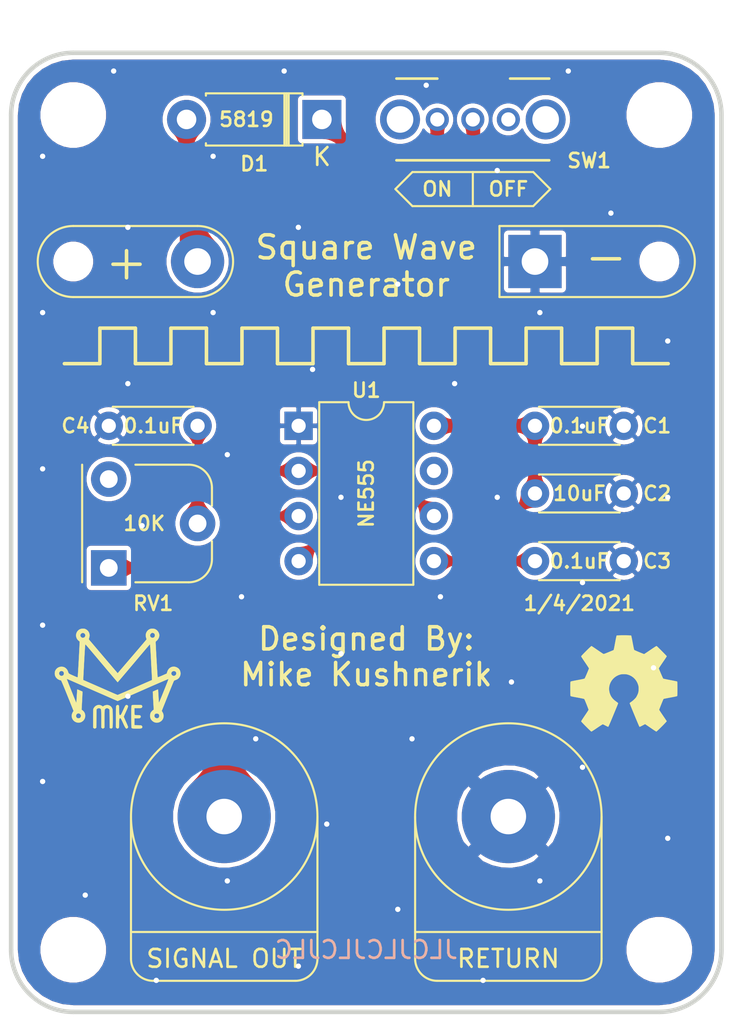
<source format=kicad_pcb>
(kicad_pcb (version 20171130) (host pcbnew "(5.1.8)-1")
  (layers (0 F.Cu signal) (31 B.Cu signal) (34 B.Paste user) (35 F.Paste user) (36 B.SilkS user) (37 F.SilkS user) (38 B.Mask user) (39 F.Mask user) (44 Edge.Cuts user))
  (net 0 "")
  (net 1 "Net-(C1-Pad2)")
  (net 2 "Net-(C1-Pad1)")
  (net 3 "Net-(C3-Pad1)")
  (net 4 "Net-(D1-Pad2)")
  (net 5 "Net-(D1-Pad1)")
  (net 6 "Net-(RV1-Pad3)")
  (net 7 "Net-(U1-Pad7)")
  (net 8 "Net-(C4-Pad1)")
  (net 9 "Net-(J1-Pad1)")
  (module "Square Wave Generator:OSHW" (layer F.Cu) (at 114.5 108.5)
    (fp_text reference G*** hide)
    (fp_text value LOGO hide)
  )
  (module "Square Wave Generator:MKE_LOGO" (layer F.Cu) (at 86 109.25)
    (fp_text reference G*** hide)
    (fp_text value LOGO hide)
  )
  (module "Square Wave Generator:RM-065" (layer F.Cu) (at 85.5 102 90)
    (fp_text reference RV1 (at -2 2.5 180) (layer F.SilkS) (effects (font (size 0.8 0.8))))
    (fp_text value 10K (at 2.5 2 180) (layer F.SilkS) (effects (font (size 0.8 0.8))))
    (pad 1 thru_hole rect (at 0 0 90) (size 2 2) (drill 1) (layers *.Cu *.Mask) (net 9 "Net-(J1-Pad1)"))
    (pad 3 thru_hole circle (at 5 0 90) (size 2 2) (drill 1) (layers *.Cu *.Mask) (net 6 "Net-(RV1-Pad3)"))
    (pad 2 thru_hole circle (at 2.5 5 90) (size 2 2) (drill 1) (layers *.Cu *.Mask) (net 8 "Net-(C4-Pad1)"))
  )
  (module Capacitor_THT:C_Disc_D4.3mm_W1.9mm_P5.00mm (layer F.Cu) (at 109.5 97.81)
    (fp_text reference C2 (at 6 0) (layer F.SilkS) (effects (font (size 0.8 0.8)) (justify left)))
    (fp_text value 10uF (at 2.5 0) (layer F.SilkS) (effects (font (size 0.8 0.8))))
    (pad 2 thru_hole circle (at 5 0) (size 1.6 1.6) (drill 0.8) (layers *.Cu *.Mask) (net 1 "Net-(C1-Pad2)"))
    (pad 1 thru_hole circle (at 0 0) (size 1.6 1.6) (drill 0.8) (layers *.Cu *.Mask) (net 2 "Net-(C1-Pad1)"))
  )
  (module MountingHole:MountingHole_3.2mm_M3 (layer F.Cu) (at 116.5 76.5 90)
    (fp_text reference H4)
    (fp_text value MH)
    (pad 1 np_thru_hole circle (at 0 0 90) (size 3.2 3.2) (drill 3.2) (layers *.Cu *.Mask))
  )
  (module MountingHole:MountingHole_3.2mm_M3 (layer F.Cu) (at 116.5 123.5)
    (fp_text reference H3)
    (fp_text value MH)
    (pad 1 np_thru_hole circle (at 0 0) (size 3.2 3.2) (drill 3.2) (layers *.Cu *.Mask))
  )
  (module MountingHole:MountingHole_3.2mm_M3 (layer F.Cu) (at 83.5 76.5)
    (fp_text reference H2)
    (fp_text value MH)
    (pad 1 np_thru_hole circle (at 0 0) (size 3.2 3.2) (drill 3.2) (layers *.Cu *.Mask))
  )
  (module MountingHole:MountingHole_3.2mm_M3 (layer F.Cu) (at 83.5 123.5)
    (fp_text reference H1)
    (fp_text value MH)
    (pad 1 np_thru_hole circle (at 0 0) (size 3.2 3.2) (drill 3.2) (layers *.Cu *.Mask))
  )
  (module Package_DIP:DIP-8_W7.62mm (layer F.Cu) (at 96.19 94)
    (fp_text reference U1 (at 3.81 -2) (layer F.SilkS) (effects (font (size 0.8 0.8))))
    (fp_text value NE555 (at 3.81 3.81 90) (layer F.SilkS) (effects (font (size 0.8 0.8))))
    (pad 8 thru_hole oval (at 7.62 0) (size 1.6 1.6) (drill 0.8) (layers *.Cu *.Mask) (net 2 "Net-(C1-Pad1)"))
    (pad 4 thru_hole oval (at 0 7.62) (size 1.6 1.6) (drill 0.8) (layers *.Cu *.Mask) (net 2 "Net-(C1-Pad1)"))
    (pad 7 thru_hole oval (at 7.62 2.54) (size 1.6 1.6) (drill 0.8) (layers *.Cu *.Mask) (net 7 "Net-(U1-Pad7)"))
    (pad 3 thru_hole oval (at 0 5.08) (size 1.6 1.6) (drill 0.8) (layers *.Cu *.Mask) (net 9 "Net-(J1-Pad1)"))
    (pad 6 thru_hole oval (at 7.62 5.08) (size 1.6 1.6) (drill 0.8) (layers *.Cu *.Mask) (net 8 "Net-(C4-Pad1)"))
    (pad 2 thru_hole oval (at 0 2.54) (size 1.6 1.6) (drill 0.8) (layers *.Cu *.Mask) (net 8 "Net-(C4-Pad1)"))
    (pad 5 thru_hole oval (at 7.62 7.62) (size 1.6 1.6) (drill 0.8) (layers *.Cu *.Mask) (net 3 "Net-(C3-Pad1)"))
    (pad 1 thru_hole rect (at 0 0) (size 1.6 1.6) (drill 0.8) (layers *.Cu *.Mask) (net 1 "Net-(C1-Pad2)"))
  )
  (module "Square Wave Generator:WIRE_SR_R" (layer F.Cu) (at 109.5 84.75 180)
    (fp_text reference TP2)
    (fp_text value BATT-)
    (pad "" np_thru_hole circle (at -7 0 180) (size 1.75 1.75) (drill 1.75) (layers *.Cu *.Mask))
    (pad 1 thru_hole rect (at 0 0 180) (size 3 3) (drill 1.5) (layers *.Cu *.Mask) (net 1 "Net-(C1-Pad2)") (thermal_gap 0.25))
  )
  (module "Square Wave Generator:WIRE_SR_C" (layer F.Cu) (at 90.5 84.75)
    (fp_text reference TP1)
    (fp_text value BATT+)
    (pad "" np_thru_hole circle (at -7 0) (size 1.75 1.75) (drill 1.75) (layers *.Cu *.Mask))
    (pad 1 thru_hole circle (at 0 0) (size 3 3) (drill 1.5) (layers *.Cu *.Mask) (net 4 "Net-(D1-Pad2)"))
  )
  (module "Square Wave Generator:OS102011MA1QN1_RA" (layer F.Cu) (at 108 76.75 180)
    (fp_text reference SW1 (at -4.5474 -2.3202) (layer F.SilkS) (effects (font (size 0.8 0.8))))
    (fp_text value POWER)
    (pad 2 thru_hole circle (at 2 0 180) (size 1.3 1.3) (drill 0.8) (layers *.Cu *.Mask) (net 2 "Net-(C1-Pad1)"))
    (pad "" thru_hole circle (at 6.1 0 180) (size 2.25 2.25) (drill 1.5) (layers *.Cu *.Mask))
    (pad "" thru_hole circle (at -2.1 0 180) (size 2.25 2.25) (drill 1.5) (layers *.Cu *.Mask))
    (pad 3 thru_hole circle (at 0 0 180) (size 1.3 1.3) (drill 0.8) (layers *.Cu *.Mask))
    (pad 1 thru_hole circle (at 4 0 180) (size 1.3 1.3) (drill 0.8) (layers *.Cu *.Mask) (net 5 "Net-(D1-Pad1)"))
  )
  (module "Square Wave Generator:CT3149" (layer F.Cu) (at 108 116)
    (fp_text reference J2)
    (fp_text value GND)
    (pad 1 thru_hole circle (at 0 0) (size 5.25 5.25) (drill 2) (layers *.Cu *.Mask) (net 1 "Net-(C1-Pad2)") (thermal_gap 0.25))
  )
  (module "Square Wave Generator:CT3149" (layer F.Cu) (at 92 116)
    (fp_text reference J1)
    (fp_text value SIG)
    (pad 1 thru_hole circle (at 0 0) (size 5.25 5.25) (drill 2) (layers *.Cu *.Mask) (net 9 "Net-(J1-Pad1)"))
  )
  (module Diode_THT:D_DO-41_SOD81_P7.62mm_Horizontal (layer F.Cu) (at 97.5 76.75 180)
    (fp_text reference D1 (at 3.81 -2.5) (layer F.SilkS) (effects (font (size 0.8 0.8))))
    (fp_text value 5819 (at 4.25 0) (layer F.SilkS) (effects (font (size 0.8 0.8))))
    (fp_text user K (at 0 -2.1) (layer F.SilkS))
    (pad 2 thru_hole oval (at 7.62 0 180) (size 2.2 2.2) (drill 1.1) (layers *.Cu *.Mask) (net 4 "Net-(D1-Pad2)"))
    (pad 1 thru_hole rect (at 0 0 180) (size 2.2 2.2) (drill 1.1) (layers *.Cu *.Mask) (net 5 "Net-(D1-Pad1)"))
  )
  (module Capacitor_THT:C_Disc_D4.3mm_W1.9mm_P5.00mm (layer F.Cu) (at 90.5 94 180)
    (fp_text reference C4 (at 6 0) (layer F.SilkS) (effects (font (size 0.8 0.8)) (justify right)))
    (fp_text value 0.1uF (at 2.5 0) (layer F.SilkS) (effects (font (size 0.8 0.8))))
    (pad 2 thru_hole circle (at 5 0 180) (size 1.6 1.6) (drill 0.8) (layers *.Cu *.Mask) (net 1 "Net-(C1-Pad2)"))
    (pad 1 thru_hole circle (at 0 0 180) (size 1.6 1.6) (drill 0.8) (layers *.Cu *.Mask) (net 8 "Net-(C4-Pad1)"))
  )
  (module Capacitor_THT:C_Disc_D4.3mm_W1.9mm_P5.00mm (layer F.Cu) (at 109.5 101.62)
    (fp_text reference C3 (at 6 0) (layer F.SilkS) (effects (font (size 0.8 0.8)) (justify left)))
    (fp_text value 0.1uF (at 2.5 0) (layer F.SilkS) (effects (font (size 0.8 0.8))))
    (pad 2 thru_hole circle (at 5 0) (size 1.6 1.6) (drill 0.8) (layers *.Cu *.Mask) (net 1 "Net-(C1-Pad2)"))
    (pad 1 thru_hole circle (at 0 0) (size 1.6 1.6) (drill 0.8) (layers *.Cu *.Mask) (net 3 "Net-(C3-Pad1)"))
  )
  (module Capacitor_THT:C_Disc_D4.3mm_W1.9mm_P5.00mm (layer F.Cu) (at 109.5 94)
    (fp_text reference C1 (at 6 0) (layer F.SilkS) (effects (font (size 0.8 0.8)) (justify left)))
    (fp_text value 0.1uF (at 2.5 0) (layer F.SilkS) (effects (font (size 0.8 0.8))))
    (pad 2 thru_hole circle (at 5 0) (size 1.6 1.6) (drill 0.8) (layers *.Cu *.Mask) (net 1 "Net-(C1-Pad2)"))
    (pad 1 thru_hole circle (at 0 0) (size 1.6 1.6) (drill 0.8) (layers *.Cu *.Mask) (net 2 "Net-(C1-Pad1)"))
  )
  (gr_text JLCJLCJLCJLC (at 100 123.5) (layer B.SilkS) (effects (font (size 1 1)) (justify mirror)))
  (gr_text OFF (at 108 80.6709) (layer F.SilkS) (effects (font (size 0.8 0.8))))
  (gr_text ON (at 104 80.6709) (layer F.SilkS) (effects (font (size 0.8 0.8))))
  (gr_line (start 109.4018 79.7117) (end 110.361 80.6709) (layer F.SilkS) (width 0.12))
  (gr_line (start 106 79.7117) (end 109.4018 79.7117) (layer F.SilkS) (width 0.12))
  (gr_line (start 102.5982 79.7117) (end 101.639 80.6709) (layer F.SilkS) (width 0.12))
  (gr_line (start 106 81.6301) (end 106 79.7117) (layer F.SilkS) (width 0.12))
  (gr_line (start 102.5982 81.6301) (end 101.639 80.6709) (layer F.SilkS) (width 0.12))
  (gr_line (start 106 81.6301) (end 102.5982 81.6301) (layer F.SilkS) (width 0.12))
  (gr_line (start 106 81.6301) (end 109.4018 81.6301) (layer F.SilkS) (width 0.12))
  (gr_line (start 109.4018 81.6301) (end 110.361 80.6709) (layer F.SilkS) (width 0.12))
  (gr_line (start 102.5982 79.7117) (end 106 79.7117) (layer F.SilkS) (width 0.12))
  (gr_text - (at 113.5 84.75 180) (layer F.SilkS) (effects (font (size 2 2) (thickness 0.2))))
  (gr_text + (at 86.5 84.75) (layer F.SilkS) (effects (font (size 2 2) (thickness 0.2))))
  (gr_text 1/4/2021 (at 112 104) (layer F.SilkS) (effects (font (size 0.8 0.8))))
  (gr_line (start 113.25 124) (end 113.25 116) (layer F.SilkS) (width 0.12))
  (gr_arc (start 104 124) (end 102.75 124) (angle -90) (layer F.SilkS) (width 0.12))
  (gr_line (start 102.75 122.5) (end 113.25 122.5) (layer F.SilkS) (width 0.12))
  (gr_line (start 104 125.25) (end 112 125.25) (layer F.SilkS) (width 0.12))
  (gr_arc (start 112 124) (end 112 125.25) (angle -90) (layer F.SilkS) (width 0.12))
  (gr_line (start 102.75 116) (end 102.75 124) (layer F.SilkS) (width 0.12))
  (gr_text RETURN (at 108 124) (layer F.SilkS) (effects (font (size 1 1))))
  (gr_line (start 86.75 122.5) (end 97.25 122.5) (layer F.SilkS) (width 0.12))
  (gr_text "SIGNAL OUT" (at 92 124) (layer F.SilkS) (effects (font (size 1 1))))
  (gr_line (start 88 125.25) (end 96 125.25) (layer F.SilkS) (width 0.12))
  (gr_arc (start 96 124) (end 96 125.25) (angle -90) (layer F.SilkS) (width 0.12))
  (gr_arc (start 88 124) (end 86.75 124) (angle -90) (layer F.SilkS) (width 0.12))
  (gr_line (start 97.25 124) (end 97.25 116) (layer F.SilkS) (width 0.12))
  (gr_line (start 86.75 116) (end 86.75 124) (layer F.SilkS) (width 0.12))
  (gr_line (start 113 88.5) (end 115 88.5) (layer F.SilkS) (width 0.2))
  (gr_line (start 109 90.5) (end 109 88.5) (layer F.SilkS) (width 0.2))
  (gr_line (start 113 90.5) (end 113 88.5) (layer F.SilkS) (width 0.2))
  (gr_line (start 115 88.5) (end 115 90.5) (layer F.SilkS) (width 0.2))
  (gr_line (start 111 90.5) (end 113 90.5) (layer F.SilkS) (width 0.2))
  (gr_line (start 109 88.5) (end 111 88.5) (layer F.SilkS) (width 0.2))
  (gr_line (start 111 88.5) (end 111 90.5) (layer F.SilkS) (width 0.2))
  (gr_line (start 115 90.5) (end 117 90.5) (layer F.SilkS) (width 0.2))
  (gr_line (start 89 90.5) (end 87 90.5) (layer F.SilkS) (width 0.2))
  (gr_line (start 85 88.5) (end 85 90.5) (layer F.SilkS) (width 0.2))
  (gr_line (start 89 88.5) (end 89 90.5) (layer F.SilkS) (width 0.2))
  (gr_line (start 85 90.5) (end 83 90.5) (layer F.SilkS) (width 0.2))
  (gr_line (start 87 90.5) (end 87 88.5) (layer F.SilkS) (width 0.2))
  (gr_line (start 91 88.5) (end 89 88.5) (layer F.SilkS) (width 0.2))
  (gr_line (start 87 88.5) (end 85 88.5) (layer F.SilkS) (width 0.2))
  (gr_line (start 91 90.5) (end 91 88.5) (layer F.SilkS) (width 0.2))
  (gr_line (start 107 90.5) (end 109 90.5) (layer F.SilkS) (width 0.2))
  (gr_line (start 107 88.5) (end 107 90.5) (layer F.SilkS) (width 0.2))
  (gr_line (start 105 88.5) (end 107 88.5) (layer F.SilkS) (width 0.2))
  (gr_line (start 105 90.5) (end 105 88.5) (layer F.SilkS) (width 0.2))
  (gr_line (start 93 90.5) (end 91 90.5) (layer F.SilkS) (width 0.2))
  (gr_line (start 93 88.5) (end 93 90.5) (layer F.SilkS) (width 0.2))
  (gr_line (start 95 88.5) (end 93 88.5) (layer F.SilkS) (width 0.2))
  (gr_line (start 95 90.5) (end 95 88.5) (layer F.SilkS) (width 0.2))
  (gr_line (start 103 90.5) (end 105 90.5) (layer F.SilkS) (width 0.2))
  (gr_line (start 97 90.5) (end 95 90.5) (layer F.SilkS) (width 0.2))
  (gr_line (start 97 88.5) (end 97 90.5) (layer F.SilkS) (width 0.2))
  (gr_line (start 99 88.5) (end 97 88.5) (layer F.SilkS) (width 0.2))
  (gr_line (start 103 88.5) (end 103 90.5) (layer F.SilkS) (width 0.2))
  (gr_line (start 101 88.5) (end 103 88.5) (layer F.SilkS) (width 0.2))
  (gr_line (start 101 90.5) (end 101 88.5) (layer F.SilkS) (width 0.2))
  (gr_line (start 99 90.5) (end 99 88.5) (layer F.SilkS) (width 0.2))
  (gr_line (start 99 90.5) (end 101 90.5) (layer F.SilkS) (width 0.2))
  (gr_text "Square Wave\nGenerator" (at 100 85) (layer F.SilkS) (effects (font (size 1.3 1.3) (thickness 0.2))))
  (gr_text "Designed By:\nMike Kushnerik" (at 100 107) (layer F.SilkS) (effects (font (size 1.25 1.25) (thickness 0.2))))
  (gr_arc (start 116.5 123.5) (end 116.5 127) (angle -90) (layer Edge.Cuts) (width 0.254))
  (gr_arc (start 83.5 123.5) (end 80 123.5) (angle -90) (layer Edge.Cuts) (width 0.254))
  (gr_arc (start 116.5 76.5) (end 120 76.5) (angle -90) (layer Edge.Cuts) (width 0.254))
  (gr_arc (start 83.5 76.5) (end 83.5 73) (angle -90) (layer Edge.Cuts) (width 0.254))
  (gr_line (start 83.5 127) (end 116.5 127) (layer Edge.Cuts) (width 0.254))
  (gr_line (start 120 76.5) (end 120 123.5) (layer Edge.Cuts) (width 0.254))
  (gr_line (start 83.5 73) (end 116.5 73) (layer Edge.Cuts) (width 0.254))
  (gr_line (start 80 76.5) (end 80 123.5) (layer Edge.Cuts) (width 0.254))
  (via (at 81.775 78.824999) (size 0.6) (drill 0.3) (layers F.Cu B.Cu) (net 1))
  (via (at 81.775 87.624999) (size 0.6) (drill 0.3) (layers F.Cu B.Cu) (net 1))
  (via (at 81.775 96.424999) (size 0.6) (drill 0.3) (layers F.Cu B.Cu) (net 1))
  (via (at 81.775 105.224999) (size 0.6) (drill 0.3) (layers F.Cu B.Cu) (net 1))
  (via (at 81.775 114.024999) (size 0.6) (drill 0.3) (layers F.Cu B.Cu) (net 1))
  (via (at 84.175 120.424999) (size 0.6) (drill 0.3) (layers F.Cu B.Cu) (net 1))
  (via (at 85.775 74.024999) (size 0.6) (drill 0.3) (layers F.Cu B.Cu) (net 1))
  (via (at 86.575 82.824999) (size 0.6) (drill 0.3) (layers F.Cu B.Cu) (net 1))
  (via (at 86.575 91.624999) (size 0.6) (drill 0.3) (layers F.Cu B.Cu) (net 1))
  (via (at 86.575 109.224999) (size 0.6) (drill 0.3) (layers F.Cu B.Cu) (net 1))
  (via (at 87.375 99.624999) (size 0.6) (drill 0.3) (layers F.Cu B.Cu) (net 1))
  (via (at 88.175 125.224999) (size 0.6) (drill 0.3) (layers F.Cu B.Cu) (net 1))
  (via (at 91.375 78.824999) (size 0.6) (drill 0.3) (layers F.Cu B.Cu) (net 1))
  (via (at 91.375 87.624999) (size 0.6) (drill 0.3) (layers F.Cu B.Cu) (net 1))
  (via (at 92.175 95.624999) (size 0.6) (drill 0.3) (layers F.Cu B.Cu) (net 1))
  (via (at 92.175 119.624999) (size 0.6) (drill 0.3) (layers F.Cu B.Cu) (net 1))
  (via (at 92.975 103.624999) (size 0.6) (drill 0.3) (layers F.Cu B.Cu) (net 1))
  (via (at 93.775 111.624999) (size 0.6) (drill 0.3) (layers F.Cu B.Cu) (net 1))
  (via (at 95.375 74.024999) (size 0.6) (drill 0.3) (layers F.Cu B.Cu) (net 1))
  (via (at 96.175 82.824999) (size 0.6) (drill 0.3) (layers F.Cu B.Cu) (net 1))
  (via (at 96.175 124.424999) (size 0.6) (drill 0.3) (layers F.Cu B.Cu) (net 1))
  (via (at 96.975 90.824999) (size 0.6) (drill 0.3) (layers F.Cu B.Cu) (net 1))
  (via (at 97.775 116.424999) (size 0.6) (drill 0.3) (layers F.Cu B.Cu) (net 1))
  (via (at 98.575 98.024999) (size 0.6) (drill 0.3) (layers F.Cu B.Cu) (net 1))
  (via (at 98.575 106.824999) (size 0.6) (drill 0.3) (layers F.Cu B.Cu) (net 1))
  (via (at 101.775 86.024999) (size 0.6) (drill 0.3) (layers F.Cu B.Cu) (net 1))
  (via (at 101.775 121.224999) (size 0.6) (drill 0.3) (layers F.Cu B.Cu) (net 1))
  (via (at 102.575 111.624999) (size 0.6) (drill 0.3) (layers F.Cu B.Cu) (net 1))
  (via (at 103.375 74.824999) (size 0.6) (drill 0.3) (layers F.Cu B.Cu) (net 1))
  (via (at 104.175 103.624999) (size 0.6) (drill 0.3) (layers F.Cu B.Cu) (net 1))
  (via (at 104.975 91.624999) (size 0.6) (drill 0.3) (layers F.Cu B.Cu) (net 1))
  (via (at 106.575 125.224999) (size 0.6) (drill 0.3) (layers F.Cu B.Cu) (net 1))
  (via (at 107.375 79.624999) (size 0.6) (drill 0.3) (layers F.Cu B.Cu) (net 1))
  (via (at 107.375 98.024999) (size 0.6) (drill 0.3) (layers F.Cu B.Cu) (net 1))
  (via (at 108.175 108.424999) (size 0.6) (drill 0.3) (layers F.Cu B.Cu) (net 1))
  (via (at 109.775 87.624999) (size 0.6) (drill 0.3) (layers F.Cu B.Cu) (net 1))
  (via (at 109.775 119.624999) (size 0.6) (drill 0.3) (layers F.Cu B.Cu) (net 1))
  (via (at 111.375 74.024999) (size 0.6) (drill 0.3) (layers F.Cu B.Cu) (net 1))
  (via (at 112.175 94.024999) (size 0.6) (drill 0.3) (layers F.Cu B.Cu) (net 1))
  (via (at 112.175 102.824999) (size 0.6) (drill 0.3) (layers F.Cu B.Cu) (net 1))
  (via (at 112.175 113.224999) (size 0.6) (drill 0.3) (layers F.Cu B.Cu) (net 1))
  (via (at 113.775 82.024999) (size 0.6) (drill 0.3) (layers F.Cu B.Cu) (net 1))
  (via (at 116.175 107.624999) (size 0.6) (drill 0.3) (layers F.Cu B.Cu) (net 1))
  (via (at 116.975 89.224999) (size 0.6) (drill 0.3) (layers F.Cu B.Cu) (net 1))
  (via (at 116.975 98.024999) (size 0.6) (drill 0.3) (layers F.Cu B.Cu) (net 1))
  (via (at 116.975 117.224999) (size 0.6) (drill 0.3) (layers F.Cu B.Cu) (net 1))
  (segment (start 109.5 97.81) (end 109.5 94) (width 0.762) (layer F.Cu) (net 2))
  (segment (start 96.19 101.62) (end 97.472 100.338) (width 0.381) (layer F.Cu) (net 2))
  (segment (start 106.972 100.338) (end 109.5 97.81) (width 0.381) (layer F.Cu) (net 2))
  (segment (start 97.472 100.338) (end 106.972 100.338) (width 0.381) (layer F.Cu) (net 2))
  (segment (start 106 93.967) (end 106.033 94) (width 0.762) (layer F.Cu) (net 2))
  (segment (start 106.033 94) (end 109.5 94) (width 0.762) (layer F.Cu) (net 2))
  (segment (start 103.81 94) (end 106.033 94) (width 0.762) (layer F.Cu) (net 2))
  (segment (start 106.033 76.783) (end 106 76.75) (width 0.762) (layer F.Cu) (net 2))
  (segment (start 106.033 94) (end 106.033 76.783) (width 0.762) (layer F.Cu) (net 2))
  (segment (start 103.81 101.62) (end 109.5 101.62) (width 0.381) (layer F.Cu) (net 3))
  (segment (start 89.88 84.13) (end 89.88 76.75) (width 0.762) (layer F.Cu) (net 4))
  (segment (start 90.5 84.75) (end 89.88 84.13) (width 0.762) (layer F.Cu) (net 4))
  (segment (start 104 77.669238) (end 104 76.75) (width 0.762) (layer F.Cu) (net 5))
  (segment (start 102.738738 78.9305) (end 104 77.669238) (width 0.762) (layer F.Cu) (net 5))
  (segment (start 99.6805 78.9305) (end 102.738738 78.9305) (width 0.762) (layer F.Cu) (net 5))
  (segment (start 97.5 76.75) (end 99.6805 78.9305) (width 0.762) (layer F.Cu) (net 5))
  (segment (start 96.19 96.54) (end 90.5245 96.54) (width 0.381) (layer F.Cu) (net 8))
  (segment (start 90.5245 96.54) (end 90.5 96.5155) (width 0.381) (layer F.Cu) (net 8))
  (segment (start 90.5 96.5155) (end 90.5 94) (width 0.381) (layer F.Cu) (net 8))
  (segment (start 90.5 99.5) (end 90.5 96.5155) (width 0.381) (layer F.Cu) (net 8))
  (segment (start 101.27 96.54) (end 103.81 99.08) (width 0.381) (layer F.Cu) (net 8))
  (segment (start 96.19 96.54) (end 101.27 96.54) (width 0.381) (layer F.Cu) (net 8))
  (segment (start 92 102.0005) (end 92.0005 102) (width 0.381) (layer F.Cu) (net 9))
  (segment (start 85.5 102) (end 92.0005 102) (width 0.381) (layer F.Cu) (net 9))
  (segment (start 94.9205 99.08) (end 96.19 99.08) (width 0.381) (layer F.Cu) (net 9))
  (segment (start 92.0005 102) (end 94.9205 99.08) (width 0.381) (layer F.Cu) (net 9))
  (segment (start 92 116) (end 92 102.0005) (width 0.381) (layer F.Cu) (net 9))
  (zone (net 1) (net_name "Net-(C1-Pad2)") (layer B.Cu) (connect_pads (clearance 0.25)) (min_thickness 0.127) (fill yes (arc_segments 32) (thermal_gap 0.25) (thermal_bridge_width 0.254) (smoothing fillet) (radius 0.1))
    (polygon (pts (xy 120.65 127.635) (xy 79.375 127.635) (xy 79.375 72.39) (xy 120.65 72.39)))
  )
  (zone (net 1) (net_name "Net-(C1-Pad2)") (layer F.Cu) (connect_pads (clearance 0.25)) (min_thickness 0.127) (fill yes (arc_segments 32) (thermal_gap 0.25) (thermal_bridge_width 0.254) (smoothing fillet) (radius 0.1))
    (polygon (pts (xy 120.65 127.635) (xy 79.375 127.635) (xy 79.375 72.39) (xy 120.65 72.39)))
  )
  (zone (net 2) (net_name "Net-(C1-Pad1)") (layer F.Cu) (priority 16962) (connect_pads yes (clearance 0.2)) (min_thickness 0.0254) (fill yes (arc_segments 32) (thermal_gap 0.25) (thermal_bridge_width 0.254) (smoothing fillet) (radius 0.1))
    (polygon (pts (xy 109.119 96.770001) (xy 109.11721 96.827469) (xy 109.11184 96.882582) (xy 109.10289 96.935339) (xy 109.09036 96.985741) (xy 109.07425 97.033787) (xy 109.05456 97.079478) (xy 109.03129 97.122813) (xy 109.00444 97.163793) (xy 108.97401 97.202417) (xy 108.94 97.238686) (xy 109.5 98.21) (xy 110.06 97.238686) (xy 110.025989 97.202417) (xy 109.995559 97.163793) (xy 109.968709 97.122813) (xy 109.945439 97.079478) (xy 109.925749 97.033787) (xy 109.909639 96.985741) (xy 109.897109 96.935339) (xy 109.888159 96.882582) (xy 109.882789 96.827469) (xy 109.881 96.770001)))
  )
  (zone (net 2) (net_name "Net-(C1-Pad1)") (layer F.Cu) (priority 16962) (connect_pads yes (clearance 0.2)) (min_thickness 0.0254) (fill yes (arc_segments 32) (thermal_gap 0.25) (thermal_bridge_width 0.254) (smoothing fillet) (radius 0.1))
    (polygon (pts (xy 109.881 95.039999) (xy 109.882789 94.98253) (xy 109.888159 94.927418) (xy 109.897109 94.87466) (xy 109.909639 94.824259) (xy 109.925749 94.776212) (xy 109.945439 94.730522) (xy 109.968709 94.687186) (xy 109.995559 94.646207) (xy 110.025989 94.607582) (xy 110.06 94.571314) (xy 109.5 93.6) (xy 108.94 94.571314) (xy 108.97401 94.607582) (xy 109.00444 94.646207) (xy 109.03129 94.687186) (xy 109.05456 94.730522) (xy 109.07425 94.776212) (xy 109.09036 94.824259) (xy 109.10289 94.87466) (xy 109.11184 94.927418) (xy 109.11721 94.98253) (xy 109.119 95.039999)))
  )
  (zone (net 2) (net_name "Net-(C1-Pad1)") (layer F.Cu) (priority 16962) (connect_pads yes (clearance 0.2)) (min_thickness 0.0254) (fill yes (arc_segments 32) (thermal_gap 0.25) (thermal_bridge_width 0.254) (smoothing fillet) (radius 0.1))
    (polygon (pts (xy 97.095771 100.444821) (xy 97.018322 100.517044) (xy 96.938134 100.581555) (xy 96.855206 100.638356) (xy 96.769539 100.687445) (xy 96.681131 100.728823) (xy 96.589984 100.762489) (xy 96.496098 100.788444) (xy 96.399471 100.806687) (xy 96.300105 100.81722) (xy 96.198 100.820041) (xy 95.907158 101.902842) (xy 96.989959 101.612) (xy 96.992779 101.509894) (xy 97.003312 101.410528) (xy 97.021555 101.313901) (xy 97.04751 101.220015) (xy 97.081177 101.128868) (xy 97.122554 101.040461) (xy 97.171643 100.954793) (xy 97.228444 100.871865) (xy 97.292955 100.791677) (xy 97.365179 100.714229)))
  )
  (zone (net 2) (net_name "Net-(C1-Pad1)") (layer F.Cu) (priority 16962) (connect_pads yes (clearance 0.2)) (min_thickness 0.0254) (fill yes (arc_segments 32) (thermal_gap 0.25) (thermal_bridge_width 0.254) (smoothing fillet) (radius 0.1))
    (polygon (pts (xy 108.594229 98.985179) (xy 108.671677 98.912955) (xy 108.751865 98.848444) (xy 108.834793 98.791643) (xy 108.920461 98.742554) (xy 109.008868 98.701177) (xy 109.100015 98.66751) (xy 109.193901 98.641555) (xy 109.290528 98.623312) (xy 109.389894 98.612779) (xy 109.492 98.609959) (xy 109.782842 97.527158) (xy 108.700041 97.818) (xy 108.69722 97.920105) (xy 108.686687 98.019471) (xy 108.668444 98.116098) (xy 108.642489 98.209984) (xy 108.608823 98.301131) (xy 108.567445 98.389539) (xy 108.518356 98.475206) (xy 108.461555 98.558134) (xy 108.397044 98.638322) (xy 108.324821 98.715771)))
  )
  (zone (net 2) (net_name "Net-(C1-Pad1)") (layer F.Cu) (priority 16962) (connect_pads yes (clearance 0.2)) (min_thickness 0.0254) (fill yes (arc_segments 32) (thermal_gap 0.25) (thermal_bridge_width 0.254) (smoothing fillet) (radius 0.1))
    (polygon (pts (xy 108.460001 94.381) (xy 108.517469 94.382789) (xy 108.572582 94.388159) (xy 108.625339 94.397109) (xy 108.675741 94.409639) (xy 108.723787 94.425749) (xy 108.769478 94.445439) (xy 108.812813 94.468709) (xy 108.853793 94.495559) (xy 108.892417 94.525989) (xy 108.928686 94.56) (xy 109.9 94) (xy 108.928686 93.44) (xy 108.892417 93.47401) (xy 108.853793 93.50444) (xy 108.812813 93.53129) (xy 108.769478 93.55456) (xy 108.723787 93.57425) (xy 108.675741 93.59036) (xy 108.625339 93.60289) (xy 108.572582 93.61184) (xy 108.517469 93.61721) (xy 108.460001 93.619)))
  )
  (zone (net 2) (net_name "Net-(C1-Pad1)") (layer F.Cu) (priority 16962) (connect_pads yes (clearance 0.2)) (min_thickness 0.0254) (fill yes (arc_segments 32) (thermal_gap 0.25) (thermal_bridge_width 0.254) (smoothing fillet) (radius 0.1))
    (polygon (pts (xy 104.849999 93.619) (xy 104.79253 93.61721) (xy 104.737418 93.61184) (xy 104.68466 93.60289) (xy 104.634259 93.59036) (xy 104.586212 93.57425) (xy 104.540522 93.55456) (xy 104.497186 93.53129) (xy 104.456207 93.50444) (xy 104.417582 93.47401) (xy 104.381314 93.44) (xy 103.41 94) (xy 104.381314 94.56) (xy 104.417582 94.525989) (xy 104.456207 94.495559) (xy 104.497186 94.468709) (xy 104.540522 94.445439) (xy 104.586212 94.425749) (xy 104.634259 94.409639) (xy 104.68466 94.397109) (xy 104.737418 94.388159) (xy 104.79253 94.382789) (xy 104.849999 94.381)))
  )
  (zone (net 2) (net_name "Net-(C1-Pad1)") (layer F.Cu) (priority 16962) (connect_pads yes (clearance 0.2)) (min_thickness 0.0254) (fill yes (arc_segments 32) (thermal_gap 0.25) (thermal_bridge_width 0.254) (smoothing fillet) (radius 0.1))
    (polygon (pts (xy 106.414 77.628) (xy 106.40847 77.562432) (xy 106.40508 77.50224) (xy 106.40383 77.447422) (xy 106.40472 77.397979) (xy 106.40775 77.353911) (xy 106.41292 77.315218) (xy 106.42023 77.281899) (xy 106.42968 77.253955) (xy 106.44127 77.231386) (xy 106.455 77.214192) (xy 106 76.425) (xy 105.545 77.214192) (xy 105.55939 77.231386) (xy 105.57296 77.253955) (xy 105.58571 77.281899) (xy 105.59764 77.315218) (xy 105.60875 77.353911) (xy 105.61904 77.397979) (xy 105.62851 77.447422) (xy 105.63716 77.50224) (xy 105.64499 77.562432) (xy 105.652 77.628)))
  )
  (zone (net 3) (net_name "Net-(C3-Pad1)") (layer F.Cu) (priority 16962) (connect_pads yes (clearance 0.2)) (min_thickness 0.0254) (fill yes (arc_segments 32) (thermal_gap 0.25) (thermal_bridge_width 0.254) (smoothing fillet) (radius 0.1))
    (polygon (pts (xy 105.281454 101.4295) (xy 105.17562 101.425805) (xy 105.073301 101.41472) (xy 104.974499 101.396245) (xy 104.879211 101.37038) (xy 104.78744 101.337125) (xy 104.699183 101.29648) (xy 104.614443 101.248445) (xy 104.533217 101.19302) (xy 104.455508 101.130205) (xy 104.381314 101.06) (xy 103.41 101.62) (xy 104.381314 102.18) (xy 104.455508 102.109795) (xy 104.533217 102.04698) (xy 104.614443 101.991555) (xy 104.699183 101.94352) (xy 104.78744 101.902875) (xy 104.879211 101.86962) (xy 104.974499 101.843755) (xy 105.073301 101.82528) (xy 105.17562 101.814195) (xy 105.281454 101.8105)))
  )
  (zone (net 3) (net_name "Net-(C3-Pad1)") (layer F.Cu) (priority 16962) (connect_pads yes (clearance 0.2)) (min_thickness 0.0254) (fill yes (arc_segments 32) (thermal_gap 0.25) (thermal_bridge_width 0.254) (smoothing fillet) (radius 0.1))
    (polygon (pts (xy 108.028546 101.8105) (xy 108.134379 101.814195) (xy 108.236698 101.82528) (xy 108.3355 101.843755) (xy 108.430788 101.86962) (xy 108.52256 101.902875) (xy 108.610816 101.94352) (xy 108.695556 101.991555) (xy 108.776782 102.04698) (xy 108.854491 102.109795) (xy 108.928686 102.18) (xy 109.9 101.62) (xy 108.928686 101.06) (xy 108.854491 101.130205) (xy 108.776782 101.19302) (xy 108.695556 101.248445) (xy 108.610816 101.29648) (xy 108.52256 101.337125) (xy 108.430788 101.37038) (xy 108.3355 101.396245) (xy 108.236698 101.41472) (xy 108.134379 101.425805) (xy 108.028546 101.4295)))
  )
  (zone (net 4) (net_name "Net-(D1-Pad2)") (layer F.Cu) (priority 16962) (connect_pads yes (clearance 0.2)) (min_thickness 0.0254) (fill yes (arc_segments 32) (thermal_gap 0.25) (thermal_bridge_width 0.254) (smoothing fillet) (radius 0.1))
    (polygon (pts (xy 89.499 81.428511) (xy 89.61011 81.738028) (xy 89.69544 82.028769) (xy 89.75499 82.300735) (xy 89.78876 82.553926) (xy 89.79675 82.788341) (xy 89.77896 83.003981) (xy 89.73539 83.200845) (xy 89.66604 83.378934) (xy 89.57091 83.538248) (xy 89.45 83.678786) (xy 90.5 85.5) (xy 91.55 83.678786) (xy 91.416689 83.538248) (xy 91.284359 83.378934) (xy 91.153009 83.200845) (xy 91.022639 83.003981) (xy 90.893249 82.788341) (xy 90.764839 82.553926) (xy 90.637409 82.300735) (xy 90.510959 82.028769) (xy 90.385489 81.738028) (xy 90.261 81.428511)))
  )
  (zone (net 4) (net_name "Net-(D1-Pad2)") (layer F.Cu) (priority 16962) (connect_pads yes (clearance 0.2)) (min_thickness 0.0254) (fill yes (arc_segments 32) (thermal_gap 0.25) (thermal_bridge_width 0.254) (smoothing fillet) (radius 0.1))
    (polygon (pts (xy 90.261 78.485809) (xy 90.264889 78.373894) (xy 90.276559 78.265733) (xy 90.296009 78.161324) (xy 90.323239 78.060669) (xy 90.358249 77.963768) (xy 90.401039 77.870619) (xy 90.451609 77.781224) (xy 90.509959 77.695581) (xy 90.576089 77.613692) (xy 90.65 77.535557) (xy 89.88 76.2) (xy 89.11 77.535557) (xy 89.18391 77.613692) (xy 89.25004 77.695581) (xy 89.30839 77.781224) (xy 89.35896 77.870619) (xy 89.40175 77.963768) (xy 89.43676 78.060669) (xy 89.46399 78.161324) (xy 89.48344 78.265733) (xy 89.49511 78.373894) (xy 89.499 78.485809)))
  )
  (zone (net 5) (net_name "Net-(D1-Pad1)") (layer F.Cu) (priority 16962) (connect_pads yes (clearance 0.2)) (min_thickness 0.0254) (fill yes (arc_segments 32) (thermal_gap 0.25) (thermal_bridge_width 0.254) (smoothing fillet) (radius 0.1))
    (polygon (pts (xy 104.381 77.595) (xy 104.38174 77.535702) (xy 104.38396 77.48112) (xy 104.38766 77.431252) (xy 104.39284 77.386099) (xy 104.3995 77.345661) (xy 104.40764 77.309938) (xy 104.41726 77.278929) (xy 104.42836 77.252635) (xy 104.44094 77.231056) (xy 104.455 77.214192) (xy 104 76.425) (xy 103.545 77.214192) (xy 103.55906 77.231056) (xy 103.57164 77.252635) (xy 103.58274 77.278929) (xy 103.59236 77.309938) (xy 103.6005 77.345661) (xy 103.60716 77.386099) (xy 103.61234 77.431252) (xy 103.61604 77.48112) (xy 103.61826 77.535702) (xy 103.619 77.595)))
  )
  (zone (net 5) (net_name "Net-(D1-Pad1)") (layer F.Cu) (priority 16962) (connect_pads yes (clearance 0.2)) (min_thickness 0.0254) (fill yes (arc_segments 32) (thermal_gap 0.25) (thermal_bridge_width 0.254) (smoothing fillet) (radius 0.1))
    (polygon (pts (xy 98.99681 77.707995) (xy 98.920425 77.626108) (xy 98.852195 77.541375) (xy 98.79212 77.453793) (xy 98.740201 77.363365) (xy 98.696437 77.270089) (xy 98.660828 77.173966) (xy 98.633374 77.074995) (xy 98.614075 76.973178) (xy 98.602932 76.868512) (xy 98.599944 76.761) (xy 97.111092 76.361092) (xy 97.511 77.849944) (xy 97.618512 77.852932) (xy 97.723178 77.864075) (xy 97.824995 77.883374) (xy 97.923966 77.910828) (xy 98.020089 77.946437) (xy 98.113365 77.990201) (xy 98.203793 78.04212) (xy 98.291375 78.102195) (xy 98.376108 78.170425) (xy 98.457995 78.24681)))
  )
  (zone (net 8) (net_name "Net-(C4-Pad1)") (layer F.Cu) (priority 16962) (connect_pads yes (clearance 0.2)) (min_thickness 0.0254) (fill yes (arc_segments 32) (thermal_gap 0.25) (thermal_bridge_width 0.254) (smoothing fillet) (radius 0.1))
    (polygon (pts (xy 94.718546 96.7305) (xy 94.824379 96.734195) (xy 94.926698 96.74528) (xy 95.0255 96.763755) (xy 95.120788 96.78962) (xy 95.21256 96.822875) (xy 95.300816 96.86352) (xy 95.385556 96.911555) (xy 95.466782 96.96698) (xy 95.544491 97.029795) (xy 95.618686 97.1) (xy 96.59 96.54) (xy 95.618686 95.98) (xy 95.544491 96.050205) (xy 95.466782 96.11302) (xy 95.385556 96.168445) (xy 95.300816 96.21648) (xy 95.21256 96.257125) (xy 95.120788 96.29038) (xy 95.0255 96.316245) (xy 94.926698 96.33472) (xy 94.824379 96.345805) (xy 94.718546 96.3495)))
  )
  (zone (net 8) (net_name "Net-(C4-Pad1)") (layer F.Cu) (priority 16962) (connect_pads yes (clearance 0.2)) (min_thickness 0.0254) (fill yes (arc_segments 32) (thermal_gap 0.25) (thermal_bridge_width 0.254) (smoothing fillet) (radius 0.1))
    (polygon (pts (xy 90.6905 95.471454) (xy 90.694195 95.36562) (xy 90.70528 95.263301) (xy 90.723755 95.164499) (xy 90.74962 95.069211) (xy 90.782875 94.97744) (xy 90.82352 94.889183) (xy 90.871555 94.804443) (xy 90.92698 94.723217) (xy 90.989795 94.645508) (xy 91.06 94.571314) (xy 90.5 93.6) (xy 89.94 94.571314) (xy 90.010205 94.645508) (xy 90.07302 94.723217) (xy 90.128445 94.804443) (xy 90.17648 94.889183) (xy 90.217125 94.97744) (xy 90.25038 95.069211) (xy 90.276245 95.164499) (xy 90.29472 95.263301) (xy 90.305805 95.36562) (xy 90.3095 95.471454)))
  )
  (zone (net 8) (net_name "Net-(C4-Pad1)") (layer F.Cu) (priority 16962) (connect_pads yes (clearance 0.2)) (min_thickness 0.0254) (fill yes (arc_segments 32) (thermal_gap 0.25) (thermal_bridge_width 0.254) (smoothing fillet) (radius 0.1))
    (polygon (pts (xy 90.3095 97.545706) (xy 90.304405 97.691441) (xy 90.28912 97.832349) (xy 90.263645 97.968431) (xy 90.22798 98.099686) (xy 90.182125 98.226115) (xy 90.12608 98.347716) (xy 90.059845 98.464492) (xy 89.98342 98.57644) (xy 89.896805 98.683562) (xy 89.8 98.785858) (xy 90.5 100) (xy 91.2 98.785858) (xy 91.103194 98.683562) (xy 91.016579 98.57644) (xy 90.940154 98.464492) (xy 90.873919 98.347716) (xy 90.817874 98.226115) (xy 90.772019 98.099686) (xy 90.736354 97.968431) (xy 90.710879 97.832349) (xy 90.695594 97.691441) (xy 90.6905 97.545706)))
  )
  (zone (net 8) (net_name "Net-(C4-Pad1)") (layer F.Cu) (priority 16962) (connect_pads yes (clearance 0.2)) (min_thickness 0.0254) (fill yes (arc_segments 32) (thermal_gap 0.25) (thermal_bridge_width 0.254) (smoothing fillet) (radius 0.1))
    (polygon (pts (xy 102.634821 98.174229) (xy 102.707044 98.251677) (xy 102.771555 98.331865) (xy 102.828356 98.414793) (xy 102.877445 98.500461) (xy 102.918823 98.588868) (xy 102.952489 98.680015) (xy 102.978444 98.773901) (xy 102.996687 98.870528) (xy 103.00722 98.969894) (xy 103.010041 99.072) (xy 104.092842 99.362842) (xy 103.802 98.280041) (xy 103.699894 98.27722) (xy 103.600528 98.266687) (xy 103.503901 98.248444) (xy 103.410015 98.222489) (xy 103.318868 98.188823) (xy 103.230461 98.147445) (xy 103.144793 98.098356) (xy 103.061865 98.041555) (xy 102.981677 97.977044) (xy 102.904229 97.904821)))
  )
  (zone (net 8) (net_name "Net-(C4-Pad1)") (layer F.Cu) (priority 16962) (connect_pads yes (clearance 0.2)) (min_thickness 0.0254) (fill yes (arc_segments 32) (thermal_gap 0.25) (thermal_bridge_width 0.254) (smoothing fillet) (radius 0.1))
    (polygon (pts (xy 97.661454 96.3495) (xy 97.55562 96.345805) (xy 97.453301 96.33472) (xy 97.354499 96.316245) (xy 97.259211 96.29038) (xy 97.16744 96.257125) (xy 97.079183 96.21648) (xy 96.994443 96.168445) (xy 96.913217 96.11302) (xy 96.835508 96.050205) (xy 96.761314 95.98) (xy 95.79 96.54) (xy 96.761314 97.1) (xy 96.835508 97.029795) (xy 96.913217 96.96698) (xy 96.994443 96.911555) (xy 97.079183 96.86352) (xy 97.16744 96.822875) (xy 97.259211 96.78962) (xy 97.354499 96.763755) (xy 97.453301 96.74528) (xy 97.55562 96.734195) (xy 97.661454 96.7305)))
  )
  (zone (net 9) (net_name "Net-(J1-Pad1)") (layer F.Cu) (priority 16962) (connect_pads yes (clearance 0.2)) (min_thickness 0.0254) (fill yes (arc_segments 32) (thermal_gap 0.25) (thermal_bridge_width 0.254) (smoothing fillet) (radius 0.1))
    (polygon (pts (xy 87.454294 101.8095) (xy 87.308558 101.804405) (xy 87.16765 101.78912) (xy 87.031568 101.763645) (xy 86.900313 101.72798) (xy 86.773885 101.682125) (xy 86.652283 101.62608) (xy 86.535507 101.559845) (xy 86.423559 101.48342) (xy 86.316437 101.396805) (xy 86.214142 101.3) (xy 85 102) (xy 86.214142 102.7) (xy 86.316437 102.603194) (xy 86.423559 102.516579) (xy 86.535507 102.440154) (xy 86.652283 102.373919) (xy 86.773885 102.317874) (xy 86.900313 102.272019) (xy 87.031568 102.236354) (xy 87.16765 102.210879) (xy 87.308558 102.195594) (xy 87.454294 102.1905)))
  )
  (zone (net 9) (net_name "Net-(J1-Pad1)") (layer F.Cu) (priority 16962) (connect_pads yes (clearance 0.2)) (min_thickness 0.0254) (fill yes (arc_segments 32) (thermal_gap 0.25) (thermal_bridge_width 0.254) (smoothing fillet) (radius 0.1))
    (polygon (pts (xy 94.9205 99.2705) (xy 94.987962 99.274195) (xy 95.055948 99.28528) (xy 95.124458 99.303755) (xy 95.193491 99.32962) (xy 95.263048 99.362875) (xy 95.333128 99.40352) (xy 95.403732 99.451555) (xy 95.47486 99.50698) (xy 95.546511 99.569795) (xy 95.618686 99.64) (xy 96.59 99.08) (xy 95.618686 98.52) (xy 95.546511 98.590205) (xy 95.47486 98.65302) (xy 95.403732 98.708445) (xy 95.333128 98.75648) (xy 95.263048 98.797125) (xy 95.193491 98.83038) (xy 95.124458 98.856245) (xy 95.055948 98.87472) (xy 94.987962 98.885805) (xy 94.9205 98.8895)))
  )
  (zone (net 9) (net_name "Net-(J1-Pad1)") (layer F.Cu) (priority 16962) (connect_pads yes (clearance 0.2)) (min_thickness 0.0254) (fill yes (arc_segments 32) (thermal_gap 0.25) (thermal_bridge_width 0.254) (smoothing fillet) (radius 0.1))
    (polygon (pts (xy 91.8095 110.122631) (xy 91.79303 110.592563) (xy 91.74362 111.047016) (xy 91.66127 111.48599) (xy 91.54598 111.909483) (xy 91.39775 112.317498) (xy 91.21658 112.710032) (xy 91.00247 113.087088) (xy 90.75542 113.448663) (xy 90.47543 113.794759) (xy 90.162501 114.125376) (xy 92 117.3125) (xy 93.837499 114.125376) (xy 93.524569 113.794759) (xy 93.244579 113.448663) (xy 92.997529 113.087088) (xy 92.783419 112.710032) (xy 92.602249 112.317498) (xy 92.454019 111.909483) (xy 92.338729 111.48599) (xy 92.256379 111.047016) (xy 92.206969 110.592563) (xy 92.1905 110.122631)))
  )
)
</source>
